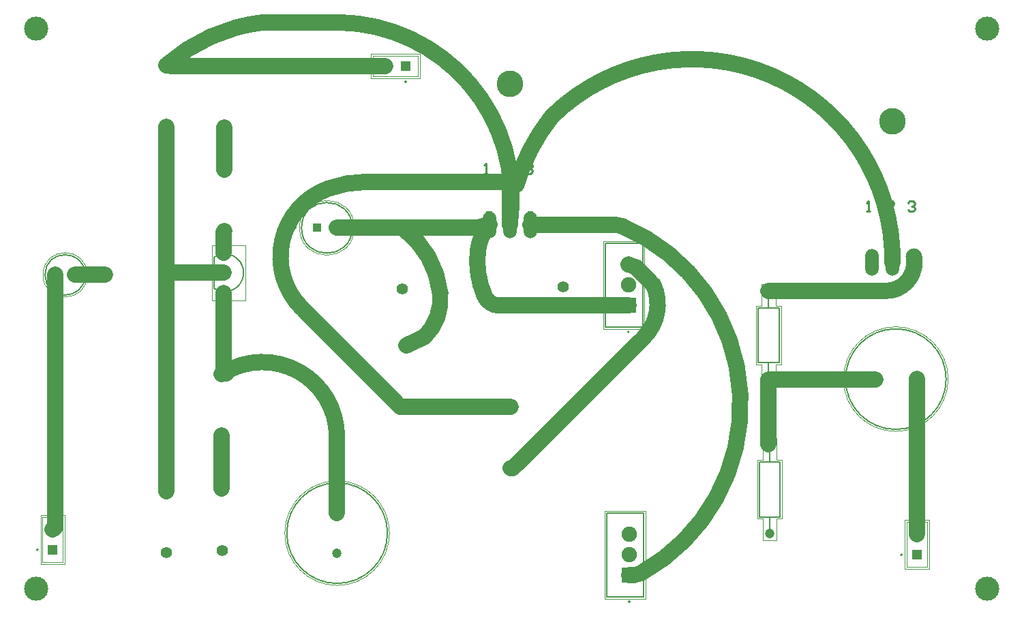
<source format=gbl>
G04*
G04 #@! TF.GenerationSoftware,Altium Limited,Altium Designer,22.1.2 (22)*
G04*
G04 Layer_Physical_Order=2*
G04 Layer_Color=16711680*
%FSLAX44Y44*%
%MOMM*%
G71*
G04*
G04 #@! TF.SameCoordinates,19965E84-46C0-4100-99EA-0F3305BD4A74*
G04*
G04*
G04 #@! TF.FilePolarity,Positive*
G04*
G01*
G75*
%ADD10C,0.1270*%
%ADD11C,0.2000*%
%ADD13C,0.2540*%
%ADD14C,0.1000*%
%ADD15C,0.0500*%
%ADD31C,2.0000*%
%ADD32C,1.4000*%
%ADD33R,1.4000X1.4000*%
%ADD34C,1.1600*%
%ADD35R,1.1600X1.1600*%
%ADD36C,1.9050*%
%ADD37R,1.9050X1.9050*%
%ADD38C,1.2000*%
%ADD39C,3.3020*%
%ADD40O,1.6764X3.3528*%
%ADD41C,1.1000*%
%ADD42R,1.1000X1.1000*%
%ADD43R,1.2000X1.2000*%
%ADD44R,1.2000X1.2000*%
%ADD45R,1.1600X1.1600*%
%ADD46C,3.0000*%
G36*
X1040130Y859680D02*
X1032461D01*
Y878840D01*
X1040130D01*
Y859680D01*
D02*
G37*
G36*
X1065530Y859674D02*
X1057903D01*
Y878840D01*
X1065530D01*
Y859674D01*
D02*
G37*
G36*
X1090930Y859749D02*
X1083323D01*
Y878840D01*
X1090930D01*
Y859749D01*
D02*
G37*
G36*
X1515110Y812690D02*
X1507441D01*
Y831850D01*
X1515110D01*
Y812690D01*
D02*
G37*
G36*
X1540510Y812684D02*
X1532883D01*
Y831850D01*
X1540510D01*
Y812684D01*
D02*
G37*
G36*
X1565910Y812759D02*
X1558303D01*
Y831850D01*
X1565910D01*
Y812759D01*
D02*
G37*
G54D10*
X693991Y783390D02*
G03*
X693991Y821890I13479J19250D01*
G01*
X865890Y858520D02*
G03*
X865890Y858520I-31500J0D01*
G01*
X1603410Y670560D02*
G03*
X1603410Y670560I-62500J0D01*
G01*
X909590Y479190D02*
G03*
X909590Y479190I-62500J0D01*
G01*
X534270Y800100D02*
G03*
X534270Y800100I-25000J0D01*
G01*
X693970Y783405D02*
Y821875D01*
X1181710Y400220D02*
Y504220D01*
X1227710D01*
Y400220D02*
Y504220D01*
X1181710Y400220D02*
X1227710D01*
X1371300Y499400D02*
X1384300D01*
X1397300D01*
Y567400D01*
X1384300D02*
X1397300D01*
X1371300D02*
X1384300D01*
X1371300Y499400D02*
Y567400D01*
X1384300Y484400D02*
Y499400D01*
Y567400D02*
Y582400D01*
X1180440Y735500D02*
Y839500D01*
X1226440D01*
Y735500D02*
Y839500D01*
X1180440Y735500D02*
X1226440D01*
X1370030Y691170D02*
X1383030D01*
X1396030D01*
Y759170D01*
X1383030D02*
X1396030D01*
X1370030D02*
X1383030D01*
X1370030Y691170D02*
Y759170D01*
X1383030Y676170D02*
Y691170D01*
Y759170D02*
Y774170D01*
G54D11*
X706920Y844640D02*
G03*
X706920Y844640I-1000J0D01*
G01*
X475830Y458470D02*
G03*
X475830Y458470I-1000J0D01*
G01*
X1210850Y393990D02*
G03*
X1210850Y393990I-1000J0D01*
G01*
X1209580Y729270D02*
G03*
X1209580Y729270I-1000J0D01*
G01*
X1548980Y452120D02*
G03*
X1548980Y452120I-1000J0D01*
G01*
X796390Y858520D02*
G03*
X796390Y858520I-1000J0D01*
G01*
X1471910Y670560D02*
G03*
X1471910Y670560I-1000J0D01*
G01*
X848090Y549190D02*
G03*
X848090Y549190I-1000J0D01*
G01*
X542770Y800100D02*
G03*
X542770Y800100I-1000J0D01*
G01*
X933180Y1039980D02*
G03*
X933180Y1039980I-1000J0D01*
G01*
G54D13*
X1555773Y889433D02*
X1557891Y891551D01*
X1562128D01*
X1564247Y889433D01*
Y887314D01*
X1562128Y885195D01*
X1560010D01*
X1562128D01*
X1564247Y883077D01*
Y880958D01*
X1562128Y878840D01*
X1557891D01*
X1555773Y880958D01*
X1538815Y878840D02*
X1530347D01*
X1538815Y887309D01*
Y889426D01*
X1536698Y891543D01*
X1532464D01*
X1530347Y889426D01*
X1504892Y878840D02*
X1509132D01*
X1507012D01*
Y891559D01*
X1504892Y889439D01*
X1080793Y936423D02*
X1082911Y938541D01*
X1087148D01*
X1089267Y936423D01*
Y934304D01*
X1087148Y932186D01*
X1085030D01*
X1087148D01*
X1089267Y930067D01*
Y927949D01*
X1087148Y925830D01*
X1082911D01*
X1080793Y927949D01*
X1063835Y925830D02*
X1055367D01*
X1063835Y934299D01*
Y936416D01*
X1061718Y938533D01*
X1057484D01*
X1055367Y936416D01*
X1029912Y925830D02*
X1034152D01*
X1032032D01*
Y938549D01*
X1029912Y936429D01*
G54D14*
X481330Y443220D02*
X506730D01*
Y499120D01*
X481330D02*
X506730D01*
X481330Y443220D02*
Y499120D01*
X1554480Y436870D02*
X1579880D01*
Y492770D01*
X1554480D02*
X1579880D01*
X1554480Y436870D02*
Y492770D01*
X947430Y1046480D02*
Y1071880D01*
X891530D02*
X947430D01*
X891530Y1046480D02*
Y1071880D01*
Y1046480D02*
X947430D01*
G54D15*
X868390Y858520D02*
G03*
X868390Y858520I-34000J0D01*
G01*
X1605910Y670560D02*
G03*
X1605910Y670560I-65000J0D01*
G01*
X912090Y479190D02*
G03*
X912090Y479190I-65000J0D01*
G01*
X536770Y800100D02*
G03*
X536770Y800100I-27500J0D01*
G01*
X733470Y768140D02*
Y837140D01*
X691470Y768140D02*
X733470D01*
X691470D02*
Y837140D01*
X733470D01*
X478830Y440720D02*
X509230D01*
Y501620D01*
X478830D02*
X509230D01*
X478830Y440720D02*
Y501620D01*
X1179210Y397720D02*
Y506720D01*
X1230210D01*
Y397720D02*
Y506720D01*
X1179210Y397720D02*
X1230210D01*
X1375800Y469900D02*
Y496900D01*
X1368800D02*
X1375800D01*
X1368800D02*
Y569900D01*
X1375800D01*
Y596900D01*
X1392800D01*
Y569900D02*
Y596900D01*
Y569900D02*
X1399800D01*
Y496900D02*
Y569900D01*
X1392800Y496900D02*
X1399800D01*
X1392800Y469900D02*
Y496900D01*
X1375800Y469900D02*
X1392800D01*
X1177940Y733000D02*
Y842000D01*
X1228940D01*
Y733000D02*
Y842000D01*
X1177940Y733000D02*
X1228940D01*
X1551980Y434370D02*
X1582380D01*
Y495270D01*
X1551980D02*
X1582380D01*
X1551980Y434370D02*
Y495270D01*
X949930Y1043980D02*
Y1074380D01*
X889030D02*
X949930D01*
X889030Y1043980D02*
Y1074380D01*
Y1043980D02*
X949930D01*
X1374530Y661670D02*
Y688670D01*
X1367530D02*
X1374530D01*
X1367530D02*
Y761670D01*
X1374530D01*
Y788670D01*
X1391530D01*
Y761670D02*
Y788670D01*
Y761670D02*
X1398530D01*
Y688670D02*
Y761670D01*
X1391530Y688670D02*
X1398530D01*
X1391530Y661670D02*
Y688670D01*
X1374530Y661670D02*
X1391530D01*
G54D31*
X835895Y907246D02*
G03*
X803138Y758962I30933J-84593D01*
G01*
X1115014Y998128D02*
G03*
X1113289Y996219I13945J-14337D01*
G01*
X1061851Y866388D02*
G03*
X850096Y1113787I-215959J29478D01*
G01*
X1113288Y996218D02*
G03*
X1069532Y911730I194754J-154437D01*
G01*
X1536700Y815340D02*
G03*
X1115014Y998128I-248748J3948D01*
G01*
X1061851Y866388D02*
G03*
X1061720Y862330I19821J-2671D01*
G01*
X850096Y1113787D02*
G03*
X849746Y1113790I-349J-19997D01*
G01*
X756370D02*
G03*
X754121Y1113663I0J-20000D01*
G01*
X883509Y915670D02*
G03*
X835895Y907246I0J-138773D01*
G01*
X754121Y1113663D02*
G03*
X635000Y1060450I25252J-216465D01*
G01*
X1036320Y862330D02*
G03*
X1021756Y829287I43699J-38993D01*
G01*
X1021749Y829223D02*
G03*
X1030033Y774189I111867J-11301D01*
G01*
X1030033Y774189D02*
G03*
X1048400Y762000I18412J7811D01*
G01*
X1209146Y812925D02*
G03*
X1218126Y809435I11522J16348D01*
G01*
X1228232Y722772D02*
G03*
X1239857Y787704I-40747J40802D01*
G01*
X1563950Y817318D02*
G03*
X1563370Y822960I-59074J-3227D01*
G01*
X1528699Y780170D02*
G03*
X1563950Y817318I45J35257D01*
G01*
X955453Y722928D02*
G03*
X975012Y777544I-46052J47303D01*
G01*
D02*
G03*
X928370Y858520I-116195J-13008D01*
G01*
X846812Y599251D02*
G03*
X706120Y678180I-92486J-0D01*
G01*
X1224106Y429206D02*
G03*
X1200720Y860784I-116233J210124D01*
G01*
D02*
G03*
X1193009Y862330I-7711J-18454D01*
G01*
X1214481Y426720D02*
G03*
X1224106Y429206I-32J20000D01*
G01*
X803138Y758962D02*
X925830Y636270D01*
X1062990D01*
X1115014Y998128D02*
X1115014Y998128D01*
X1113288Y996218D02*
X1113289Y996219D01*
X883509Y915670D02*
X1061320D01*
X1061720Y862330D02*
X1061720Y862330D01*
X850096Y1113787D02*
X850096Y1113787D01*
X754121Y1113663D02*
Y1113663D01*
X635000Y1060450D02*
X635000Y1060450D01*
X708660Y1059180D02*
X906780D01*
X705920Y827640D02*
Y853240D01*
X707390Y854710D01*
X1048445Y762000D02*
X1209040D01*
X1021749Y829223D02*
X1021756Y829287D01*
X1048400Y762000D02*
X1048445Y762000D01*
X1061320Y862730D02*
Y915670D01*
X756370Y1113790D02*
X849746D01*
X1218126Y809435D02*
X1237051Y790509D01*
X1239857Y787704D01*
X1239857Y787704D01*
X1228210Y722749D02*
X1228232Y722772D01*
X1209040Y813000D02*
X1209146Y812925D01*
X1065530Y560070D02*
X1228210Y722749D01*
X1062990Y560070D02*
X1065530D01*
X703580Y534670D02*
Y600710D01*
X1563950Y817318D02*
X1563950D01*
X1383030Y780170D02*
X1528699D01*
X635000Y800100D02*
X635000D01*
X637540Y802640D02*
X705920D01*
X635000Y800100D02*
X637540Y802640D01*
X635000Y530860D02*
Y800100D01*
X641350Y1059180D02*
X708660D01*
X635000Y800100D02*
Y984250D01*
X1383030Y589670D02*
Y670170D01*
X1515520D01*
X1127760Y862330D02*
X1193009D01*
X975012Y777544D02*
X975012D01*
X846890Y858520D02*
X928370D01*
X943642D01*
X946247D02*
X1024604D01*
X943642D02*
X946247D01*
X1026796Y860712D02*
X1034702D01*
X1036320Y862330D01*
X1024604Y858520D02*
X1026796Y860712D01*
X952334Y721445D02*
X955453Y722928D01*
X703580Y676910D02*
X705920Y679250D01*
Y777640D01*
X707390Y930910D02*
Y982980D01*
X521770Y800100D02*
X558800D01*
X494030Y483870D02*
X496770Y486610D01*
Y800100D01*
X933450Y712470D02*
X952334Y721445D01*
X846812Y599251D02*
X846813Y599251D01*
X846812Y599251D02*
Y599251D01*
X706556Y677468D02*
X709715Y678060D01*
X846813Y504266D02*
Y599251D01*
X703580Y676910D02*
X706556Y677468D01*
X1209040Y762000D02*
X1209040Y762000D01*
X1210310Y426720D02*
X1214481D01*
X1087120Y862330D02*
X1127760D01*
X1567180Y477520D02*
Y670560D01*
G54D32*
X707390Y854710D02*
D03*
Y930910D02*
D03*
X705920Y777640D02*
D03*
Y802640D02*
D03*
X635000Y984250D02*
D03*
Y1060450D02*
D03*
X708660Y984250D02*
D03*
Y1060450D02*
D03*
X558800Y800100D02*
D03*
X635000D02*
D03*
X704850Y457200D02*
D03*
Y533400D02*
D03*
X635000Y454660D02*
D03*
Y530860D02*
D03*
X928370Y782320D02*
D03*
Y858520D02*
D03*
X933450Y712470D02*
D03*
Y636270D02*
D03*
X703580Y600710D02*
D03*
Y676910D02*
D03*
X1127760Y861060D02*
D03*
Y784860D02*
D03*
X1062990Y560070D02*
D03*
Y636270D02*
D03*
G54D33*
X705920Y827640D02*
D03*
G54D34*
X494030Y483870D02*
D03*
X1567180Y477520D02*
D03*
X906780Y1059180D02*
D03*
G54D35*
X494030Y458470D02*
D03*
X1567180Y452120D02*
D03*
G54D36*
X1210310Y477720D02*
D03*
Y452220D02*
D03*
X1209040Y813000D02*
D03*
Y787500D02*
D03*
G54D37*
X1210310Y426720D02*
D03*
X1209040Y762000D02*
D03*
G54D38*
X1384300Y478400D02*
D03*
Y588400D02*
D03*
X1565910Y670560D02*
D03*
X847090Y454190D02*
D03*
X1383030Y670170D02*
D03*
Y780170D02*
D03*
G54D39*
X1536700Y990600D02*
D03*
X1061720Y1037590D02*
D03*
G54D40*
X1562100Y815340D02*
D03*
X1536700D02*
D03*
X1511300D02*
D03*
X1087120Y862330D02*
D03*
X1061720D02*
D03*
X1036320D02*
D03*
G54D41*
X846890Y858520D02*
D03*
X496770Y800100D02*
D03*
G54D42*
X821890Y858520D02*
D03*
X521770Y800100D02*
D03*
G54D43*
X1515910Y670560D02*
D03*
G54D44*
X847090Y504190D02*
D03*
G54D45*
X932180Y1059180D02*
D03*
G54D46*
X473710Y1106170D02*
D03*
Y410210D02*
D03*
X1654810D02*
D03*
Y1106170D02*
D03*
M02*

</source>
